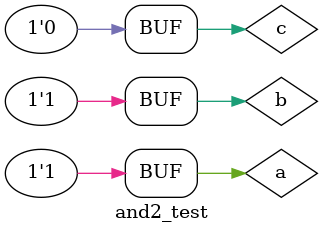
<source format=v>
    module and2_test;
reg a,b;
wire c;
xor and2_test(c,a,b);
initial
begin
#000 a=0;b=0;
#100 a=0;b=1;
#100 a=1;b=0;
#100 a=1;b=1;
#100;
end
initial
begin
$monitor($time,"a=%b , b=%b , c=%b",a,b,c);
end
initial
begin
$dumpfile("xor2_test.vcd");
  $dumpvars(0,and2_test);
end
endmodule
</source>
